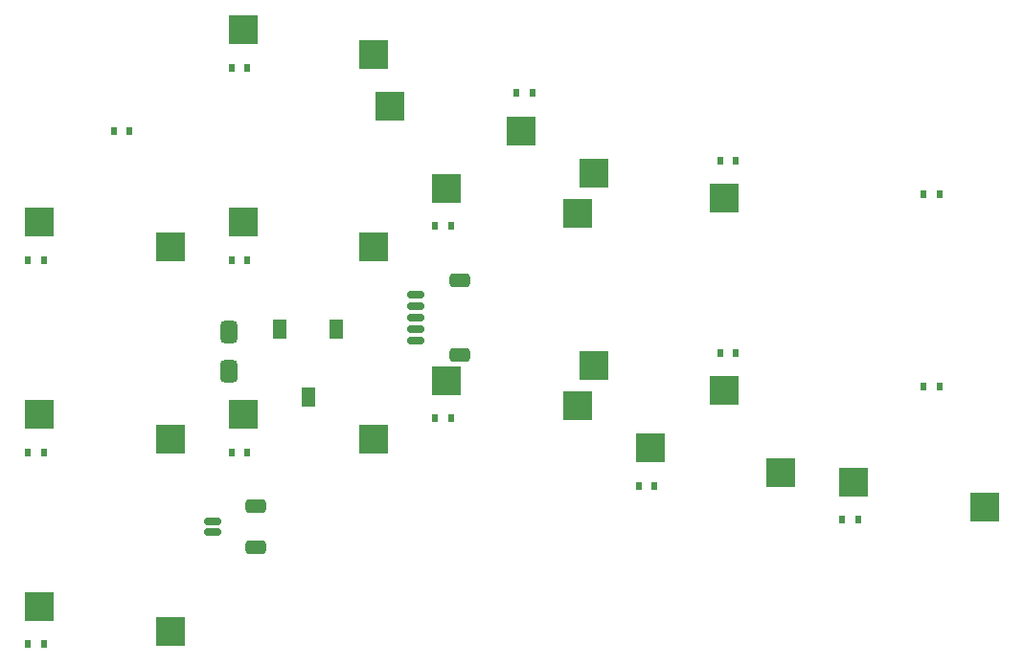
<source format=gbr>
%TF.GenerationSoftware,KiCad,Pcbnew,(7.0.0-0)*%
%TF.CreationDate,2023-06-15T15:06:03+08:00*%
%TF.ProjectId,left,6c656674-2e6b-4696-9361-645f70636258,v1.0.0*%
%TF.SameCoordinates,Original*%
%TF.FileFunction,Paste,Bot*%
%TF.FilePolarity,Positive*%
%FSLAX46Y46*%
G04 Gerber Fmt 4.6, Leading zero omitted, Abs format (unit mm)*
G04 Created by KiCad (PCBNEW (7.0.0-0)) date 2023-06-15 15:06:03*
%MOMM*%
%LPD*%
G01*
G04 APERTURE LIST*
G04 Aperture macros list*
%AMRoundRect*
0 Rectangle with rounded corners*
0 $1 Rounding radius*
0 $2 $3 $4 $5 $6 $7 $8 $9 X,Y pos of 4 corners*
0 Add a 4 corners polygon primitive as box body*
4,1,4,$2,$3,$4,$5,$6,$7,$8,$9,$2,$3,0*
0 Add four circle primitives for the rounded corners*
1,1,$1+$1,$2,$3*
1,1,$1+$1,$4,$5*
1,1,$1+$1,$6,$7*
1,1,$1+$1,$8,$9*
0 Add four rect primitives between the rounded corners*
20,1,$1+$1,$2,$3,$4,$5,0*
20,1,$1+$1,$4,$5,$6,$7,0*
20,1,$1+$1,$6,$7,$8,$9,0*
20,1,$1+$1,$8,$9,$2,$3,0*%
G04 Aperture macros list end*
%ADD10R,0.600000X0.700000*%
%ADD11R,1.200000X1.800000*%
%ADD12RoundRect,0.381000X0.381000X-0.619000X0.381000X0.619000X-0.381000X0.619000X-0.381000X-0.619000X0*%
%ADD13RoundRect,0.378000X0.378000X-0.622000X0.378000X0.622000X-0.378000X0.622000X-0.378000X-0.622000X0*%
%ADD14RoundRect,0.150000X-0.625000X0.150000X-0.625000X-0.150000X0.625000X-0.150000X0.625000X0.150000X0*%
%ADD15RoundRect,0.250000X-0.650000X0.350000X-0.650000X-0.350000X0.650000X-0.350000X0.650000X0.350000X0*%
%ADD16R,2.600000X2.600000*%
G04 APERTURE END LIST*
D10*
%TO.C,D1*%
X74899999Y42399999D03*
X76299999Y42399999D03*
%TD*%
%TO.C,D2*%
X74899999Y25399999D03*
X76299999Y25399999D03*
%TD*%
%TO.C,D3*%
X4699999Y47999999D03*
X3299999Y47999999D03*
%TD*%
D11*
%TO.C,SS1*%
X17999999Y30499999D03*
X20499999Y24499999D03*
X22999999Y30499999D03*
%TD*%
D12*
%TO.C,SB1*%
X13500000Y26750000D03*
D13*
X13500000Y30250000D03*
%TD*%
D14*
%TO.C,JB1*%
X12000000Y12500000D03*
X12000000Y13500000D03*
D15*
X15875000Y11200000D03*
X15875000Y14800000D03*
%TD*%
D14*
%TO.C,JC1*%
X30000000Y29500000D03*
X30000000Y30500000D03*
X30000000Y31500000D03*
X30000000Y32500000D03*
X30000000Y33500000D03*
D15*
X33875000Y34800000D03*
X33875000Y28200000D03*
%TD*%
D16*
%TO.C,S3*%
X-3274999Y39949999D03*
X8274999Y37749999D03*
%TD*%
D10*
%TO.C,D4*%
X-2899999Y36599999D03*
X-4299999Y36599999D03*
%TD*%
D16*
%TO.C,S4*%
X-3274999Y22949999D03*
X8274999Y20749999D03*
%TD*%
D10*
%TO.C,D5*%
X-2899999Y19599999D03*
X-4299999Y19599999D03*
%TD*%
D16*
%TO.C,S5*%
X-3274999Y5949999D03*
X8274999Y3749999D03*
%TD*%
D10*
%TO.C,D6*%
X-2899999Y2599999D03*
X-4299999Y2599999D03*
%TD*%
D16*
%TO.C,S6*%
X14724999Y56949999D03*
X26274999Y54749999D03*
%TD*%
D10*
%TO.C,D7*%
X15099999Y53599999D03*
X13699999Y53599999D03*
%TD*%
D16*
%TO.C,S7*%
X14724999Y39949999D03*
X26274999Y37749999D03*
%TD*%
D10*
%TO.C,D8*%
X15099999Y36599999D03*
X13699999Y36599999D03*
%TD*%
D16*
%TO.C,S8*%
X14724999Y22949999D03*
X26274999Y20749999D03*
%TD*%
D10*
%TO.C,D9*%
X15099999Y19599999D03*
X13699999Y19599999D03*
%TD*%
D16*
%TO.C,S9*%
X39274999Y48049999D03*
X27724999Y50249999D03*
%TD*%
D10*
%TO.C,D10*%
X38899999Y51399999D03*
X40299999Y51399999D03*
%TD*%
D16*
%TO.C,S10*%
X32724999Y42949999D03*
X44274999Y40749999D03*
%TD*%
D10*
%TO.C,D11*%
X33099999Y39599999D03*
X31699999Y39599999D03*
%TD*%
D16*
%TO.C,S11*%
X32724999Y25949999D03*
X44274999Y23749999D03*
%TD*%
D10*
%TO.C,D12*%
X33099999Y22599999D03*
X31699999Y22599999D03*
%TD*%
D16*
%TO.C,S12*%
X57274999Y42049999D03*
X45724999Y44249999D03*
%TD*%
D10*
%TO.C,D13*%
X56899999Y45399999D03*
X58299999Y45399999D03*
%TD*%
D16*
%TO.C,S13*%
X57274999Y25049999D03*
X45724999Y27249999D03*
%TD*%
D10*
%TO.C,D14*%
X56899999Y28399999D03*
X58299999Y28399999D03*
%TD*%
D16*
%TO.C,S14*%
X50724999Y19949999D03*
X62274999Y17749999D03*
%TD*%
D10*
%TO.C,D15*%
X51099999Y16599999D03*
X49699999Y16599999D03*
%TD*%
D16*
%TO.C,S15*%
X68724999Y16949999D03*
X80274999Y14749999D03*
%TD*%
D10*
%TO.C,D16*%
X69099999Y13599999D03*
X67699999Y13599999D03*
%TD*%
M02*

</source>
